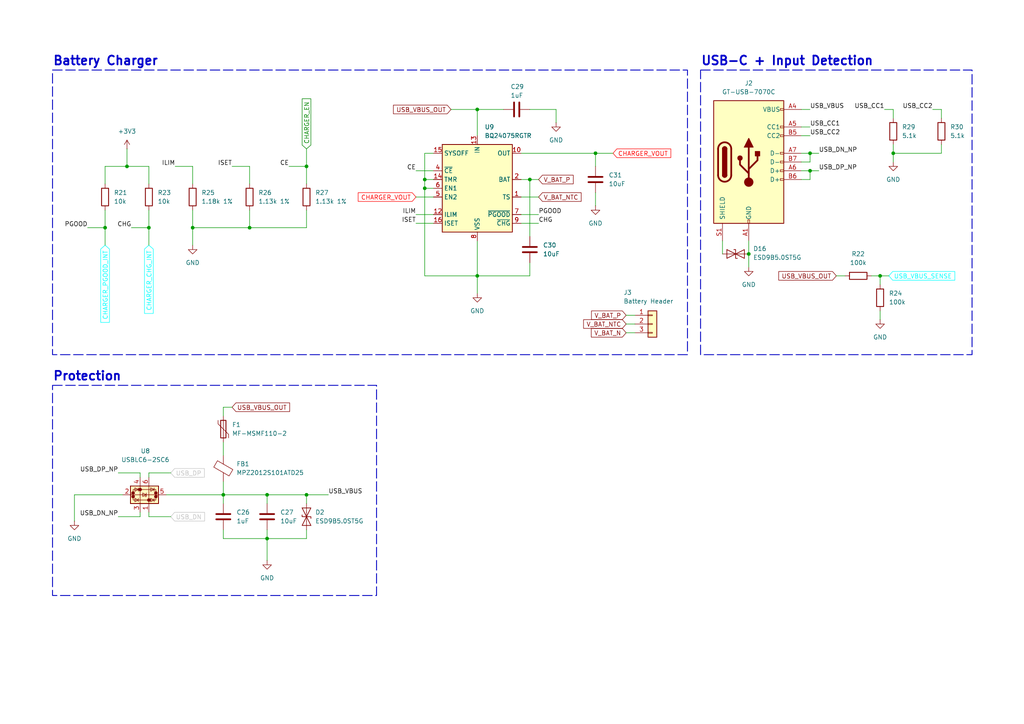
<source format=kicad_sch>
(kicad_sch (version 20250114) (generator "eeschema") (generator_version "9.0")
  (paper "A4")
  (title_block (title "HRVSTR") (date "2025-07-13") (rev "V1.0") (company "Smuggr"))
  (lib_symbols
    (symbol "Battery_Management:BQ24075RGT"
      (property "Reference" "U" (at -8.89 13.97 0))
      (property "Value" "BQ24075RGT" (at 16.51 13.97 0))
      (symbol "BQ24075RGT_0_1"
        (rectangle (start -10.16 12.7) (end 10.16 -12.7) (stroke (width 0.254)) (fill (type background)))
      )
      (symbol "BQ24075RGT_1_1"
        (pin input line (at -12.7 10.16 0) (length 2.54) (name "SYSOFF") (number "15"))
        (pin input line (at -12.7 5.08 0) (length 2.54) (name "~{CE}") (number "4"))
        (pin input line (at -12.7 2.54 0) (length 2.54) (name "TMR") (number "14"))
        (pin input line (at -12.7 0 0) (length 2.54) (name "EN1") (number "6"))
        (pin input line (at -12.7 -2.54 0) (length 2.54) (name "EN2") (number "5"))
        (pin passive line (at -12.7 -7.62 0) (length 2.54) (name "ILIM") (number "12"))
        (pin passive line (at -12.7 -10.16 0) (length 2.54) (name "ISET") (number "16"))
        (pin power_in line (at 0 15.24 270) (length 2.54) (name "IN") (number "13"))
        (pin passive line (at 0 -15.24 90) (length 2.54) (hide yes) (name "VSS") (number "17"))
        (pin power_in line (at 0 -15.24 90) (length 2.54) (name "VSS") (number "8"))
        (pin power_out line (at 12.7 10.16 180) (length 2.54) (name "OUT") (number "10"))
        (pin passive line (at 12.7 10.16 180) (length 2.54) (hide yes) (name "OUT") (number "11"))
        (pin power_out line (at 12.7 2.54 180) (length 2.54) (name "BAT") (number "2"))
        (pin passive line (at 12.7 2.54 180) (length 2.54) (hide yes) (name "BAT") (number "3"))
        (pin passive line (at 12.7 -2.54 180) (length 2.54) (name "TS") (number "1"))
        (pin open_collector line (at 12.7 -7.62 180) (length 2.54) (name "~{PGOOD}") (number "7"))
        (pin open_collector line (at 12.7 -10.16 180) (length 2.54) (name "~{CHG}") (number "9"))
      )
    )
    (symbol "Connector:USB_C_Receptacle_USB2.0_14P" (pin_names (offset 1.016))
      (property "Reference" "J" (at 0 22.225 0))
      (property "Value" "USB_C_Receptacle_USB2.0_14P" (at 0 19.685 0))
      (symbol "USB_C_Receptacle_USB2.0_14P_0_0"
        (rectangle (start -0.254 -17.78) (end 0.254 -16.764))
        (rectangle (start 10.16 15.494) (end 9.144 14.986))
        (rectangle (start 10.16 10.414) (end 9.144 9.906))
        (rectangle (start 10.16 7.874) (end 9.144 7.366))
        (rectangle (start 10.16 2.794) (end 9.144 2.286))
        (rectangle (start 10.16 0.254) (end 9.144 -0.254))
        (rectangle (start 10.16 -2.286) (end 9.144 -2.794))
        (rectangle (start 10.16 -4.826) (end 9.144 -5.334))
      )
      (symbol "USB_C_Receptacle_USB2.0_14P_0_1"
        (rectangle (start -10.16 17.78) (end 10.16 -17.78) (stroke (width 0.254)) (fill (type background)))
        (polyline (pts (xy -8.89 -3.81) (xy -8.89 3.81)) (stroke (width 0.508)))
        (rectangle (start -7.62 -3.81) (end -6.35 3.81) (stroke (width 0.254)) (fill (type outline)))
        (arc (start -7.62 3.81) (mid -6.985 4.4423) (end -6.35 3.81) (stroke (width 0.254)))
        (arc (start -7.62 3.81) (mid -6.985 4.4423) (end -6.35 3.81) (stroke (width 0.254)) (fill (type outline)))
        (arc (start -8.89 3.81) (mid -6.985 5.7067) (end -5.08 3.81) (stroke (width 0.508)))
        (arc (start -5.08 -3.81) (mid -6.985 -5.7067) (end -8.89 -3.81) (stroke (width 0.508)))
        (arc (start -6.35 -3.81) (mid -6.985 -4.4423) (end -7.62 -3.81) (stroke (width 0.254)))
        (arc (start -6.35 -3.81) (mid -6.985 -4.4423) (end -7.62 -3.81) (stroke (width 0.254)) (fill (type outline)))
        (polyline (pts (xy -5.08 3.81) (xy -5.08 -3.81)) (stroke (width 0.508)))
        (circle (center -2.54 1.143) (radius 0.635) (stroke (width 0.254)) (fill (type outline)))
        (polyline (pts (xy -1.27 4.318) (xy 0 6.858) (xy 1.27 4.318) (xy -1.27 4.318)) (stroke (width 0.254)) (fill (type outline)))
        (polyline (pts (xy 0 -2.032) (xy 2.54 0.508) (xy 2.54 1.778)) (stroke (width 0.508)))
        (polyline (pts (xy 0 -3.302) (xy -2.54 -0.762) (xy -2.54 0.508)) (stroke (width 0.508)))
        (polyline (pts (xy 0 -5.842) (xy 0 4.318)) (stroke (width 0.508)))
        (circle (center 0 -5.842) (radius 1.27) (fill (type outline)))
        (rectangle (start 1.905 1.778) (end 3.175 3.048) (stroke (width 0.254)) (fill (type outline)))
      )
      (symbol "USB_C_Receptacle_USB2.0_14P_1_1"
        (pin passive line (at -7.62 -22.86 90) (length 5.08) (name "SHIELD") (number "S1"))
        (pin passive line (at 0 -22.86 90) (length 5.08) (name "GND") (number "A1"))
        (pin passive line (at 0 -22.86 90) (length 5.08) (hide yes) (name "GND") (number "A12"))
        (pin passive line (at 0 -22.86 90) (length 5.08) (hide yes) (name "GND") (number "B1"))
        (pin passive line (at 0 -22.86 90) (length 5.08) (hide yes) (name "GND") (number "B12"))
        (pin passive line (at 15.24 15.24 180) (length 5.08) (name "VBUS") (number "A4"))
        (pin passive line (at 15.24 15.24 180) (length 5.08) (hide yes) (name "VBUS") (number "A9"))
        (pin passive line (at 15.24 15.24 180) (length 5.08) (hide yes) (name "VBUS") (number "B4"))
        (pin passive line (at 15.24 15.24 180) (length 5.08) (hide yes) (name "VBUS") (number "B9"))
        (pin bidirectional line (at 15.24 10.16 180) (length 5.08) (name "CC1") (number "A5"))
        (pin bidirectional line (at 15.24 7.62 180) (length 5.08) (name "CC2") (number "B5"))
        (pin bidirectional line (at 15.24 2.54 180) (length 5.08) (name "D-") (number "A7"))
        (pin bidirectional line (at 15.24 0 180) (length 5.08) (name "D-") (number "B7"))
        (pin bidirectional line (at 15.24 -2.54 180) (length 5.08) (name "D+") (number "A6"))
        (pin bidirectional line (at 15.24 -5.08 180) (length 5.08) (name "D+") (number "B6"))
      )
    )
    (symbol "Connector_Generic:Conn_01x03" (pin_names (offset 1.016) (hide yes))
      (property "Reference" "J" (at 0 5.08 0))
      (property "Value" "Conn_01x03" (at 0 -5.08 0))
      (symbol "Conn_01x03_1_1"
        (rectangle (start -1.27 3.81) (end 1.27 -3.81) (stroke (width 0.254)) (fill (type background)))
        (rectangle (start -1.27 2.667) (end 0 2.413) (stroke (width 0.1524)))
        (rectangle (start -1.27 0.127) (end 0 -0.127) (stroke (width 0.1524)))
        (rectangle (start -1.27 -2.413) (end 0 -2.667) (stroke (width 0.1524)))
        (pin passive line (at -5.08 2.54 0) (length 3.81) (name "Pin_1") (number "1"))
        (pin passive line (at -5.08 0 0) (length 3.81) (name "Pin_2") (number "2"))
        (pin passive line (at -5.08 -2.54 0) (length 3.81) (name "Pin_3") (number "3"))
      )
    )
    (symbol "Device:C" (pin_numbers (hide yes)) (pin_names (offset 0.254))
      (property "Reference" "C" (at 0.635 2.54 0))
      (property "Value" "C" (at 0.635 -2.54 0))
      (symbol "C_0_1"
        (polyline (pts (xy -2.032 0.762) (xy 2.032 0.762)) (stroke (width 0.508)))
        (polyline (pts (xy -2.032 -0.762) (xy 2.032 -0.762)) (stroke (width 0.508)))
      )
      (symbol "C_1_1"
        (pin passive line (at 0 3.81 270) (length 2.794) (name "~") (number "1"))
        (pin passive line (at 0 -3.81 90) (length 2.794) (name "~") (number "2"))
      )
    )
    (symbol "Device:FerriteBead" (pin_numbers (hide yes)) (pin_names (offset 0))
      (property "Reference" "FB" (at -3.81 0.635 90))
      (property "Value" "FerriteBead" (at 3.81 0 90))
      (symbol "FerriteBead_0_1"
        (polyline (pts (xy -2.7686 0.4064) (xy -1.7018 2.2606) (xy 2.7686 -0.3048) (xy 1.6764 -2.159) (xy -2.7686 0.4064)))
        (polyline (pts (xy 0 1.27) (xy 0 1.2954)))
        (polyline (pts (xy 0 -1.27) (xy 0 -1.2192)))
      )
      (symbol "FerriteBead_1_1"
        (pin passive line (at 0 3.81 270) (length 2.54) (name "~") (number "1"))
        (pin passive line (at 0 -3.81 90) (length 2.54) (name "~") (number "2"))
      )
    )
    (symbol "Device:Polyfuse" (pin_numbers (hide yes)) (pin_names (offset 0))
      (property "Reference" "F" (at -2.54 0 90))
      (property "Value" "Polyfuse" (at 2.54 0 90))
      (symbol "Polyfuse_0_1"
        (polyline (pts (xy -1.524 2.54) (xy -1.524 1.524) (xy 1.524 -1.524) (xy 1.524 -2.54)))
        (rectangle (start -0.762 2.54) (end 0.762 -2.54) (stroke (width 0.254)))
        (polyline (pts (xy 0 2.54) (xy 0 -2.54)))
      )
      (symbol "Polyfuse_1_1"
        (pin passive line (at 0 3.81 270) (length 1.27) (name "~") (number "1"))
        (pin passive line (at 0 -3.81 90) (length 1.27) (name "~") (number "2"))
      )
    )
    (symbol "Device:R" (pin_numbers (hide yes)) (pin_names (offset 0))
      (property "Reference" "R" (at 2.032 0 90))
      (property "Value" "R" (at 0 0 90))
      (symbol "R_0_1"
        (rectangle (start -1.016 -2.54) (end 1.016 2.54) (stroke (width 0.254)))
      )
      (symbol "R_1_1"
        (pin passive line (at 0 3.81 270) (length 1.27) (name "~") (number "1"))
        (pin passive line (at 0 -3.81 90) (length 1.27) (name "~") (number "2"))
      )
    )
    (symbol "Diode:ESD9B5.0ST5G" (pin_numbers (hide yes)) (pin_names (offset 1.016) (hide yes))
      (property "Reference" "D" (at 0 2.54 0))
      (property "Value" "ESD9B5.0ST5G" (at 0 -2.54 0))
      (symbol "ESD9B5.0ST5G_0_1"
        (polyline (pts (xy -2.54 -1.27) (xy 0 0) (xy -2.54 1.27) (xy -2.54 -1.27)) (stroke (width 0.2032)))
        (polyline (pts (xy 0.508 1.27) (xy 0 1.27) (xy 0 -1.27) (xy -0.508 -1.27)) (stroke (width 0.2032)))
        (polyline (pts (xy 1.27 0) (xy -1.27 0)))
        (polyline (pts (xy 2.54 1.27) (xy 2.54 -1.27) (xy 0 0) (xy 2.54 1.27)) (stroke (width 0.2032)))
      )
      (symbol "ESD9B5.0ST5G_1_1"
        (pin passive line (at -3.81 0 0) (length 2.54) (name "A1") (number "1"))
        (pin passive line (at 3.81 0 180) (length 2.54) (name "A2") (number "2"))
      )
    )
    (symbol "Power_Protection:USBLC6-2SC6" (pin_names (hide yes))
      (property "Reference" "U" (at 0.635 5.715 0))
      (property "Value" "USBLC6-2SC6" (at 0.635 3.81 0))
      (symbol "USBLC6-2SC6_0_0"
        (circle (center -1.524 0) (radius 0.0001) (stroke (width 0.508)))
        (circle (center -0.508 2.032) (radius 0.0001) (stroke (width 0.508)))
        (circle (center -0.508 -4.572) (radius 0.0001) (stroke (width 0.508)))
        (circle (center 0.508 2.032) (radius 0.0001) (stroke (width 0.508)))
        (circle (center 0.508 -4.572) (radius 0.0001) (stroke (width 0.508)))
        (circle (center 1.524 -2.54) (radius 0.0001) (stroke (width 0.508)))
      )
      (symbol "USBLC6-2SC6_0_1"
        (polyline (pts (xy -2.54 0) (xy 2.54 0)))
        (polyline (pts (xy -2.54 -2.54) (xy 2.54 -2.54)))
        (polyline (pts (xy -2.032 0.508) (xy -1.016 0.508) (xy -1.524 1.524) (xy -2.032 0.508)))
        (polyline (pts (xy -2.032 -3.048) (xy -1.016 -3.048)))
        (polyline (pts (xy -1.016 1.524) (xy -2.032 1.524)))
        (polyline (pts (xy -1.016 -4.064) (xy -2.032 -4.064) (xy -1.524 -3.048) (xy -1.016 -4.064)))
        (polyline (pts (xy -0.508 -1.143) (xy -0.508 -0.762) (xy 0.508 -0.762)))
        (polyline (pts (xy 0 2.54) (xy -0.508 2.032) (xy 0.508 2.032) (xy 0 1.524) (xy 0 -4.064) (xy -0.508 -4.572) (xy 0.508 -4.572) (xy 0 -5.08)))
        (polyline (pts (xy 0.508 -1.778) (xy -0.508 -1.778) (xy 0 -0.762) (xy 0.508 -1.778)))
        (polyline (pts (xy 1.016 1.524) (xy 2.032 1.524)))
        (polyline (pts (xy 1.016 -3.048) (xy 2.032 -3.048)))
        (polyline (pts (xy 2.032 0.508) (xy 1.016 0.508) (xy 1.524 1.524) (xy 2.032 0.508)))
        (polyline (pts (xy 2.032 -4.064) (xy 1.016 -4.064) (xy 1.524 -3.048) (xy 2.032 -4.064)))
      )
      (symbol "USBLC6-2SC6_1_1"
        (rectangle (start -2.54 2.794) (end 2.54 -5.334) (stroke (width 0.254)) (fill (type background)))
        (polyline (pts (xy -0.508 2.032) (xy -1.524 2.032) (xy -1.524 -4.572) (xy -0.508 -4.572)))
        (polyline (pts (xy 0.508 -4.572) (xy 1.524 -4.572) (xy 1.524 2.032) (xy 0.508 2.032)))
        (pin passive line (at -5.08 0 0) (length 2.54) (name "I/O1") (number "1"))
        (pin passive line (at -5.08 -2.54 0) (length 2.54) (name "I/O2") (number "3"))
        (pin passive line (at 0 5.08 270) (length 2.54) (name "VBUS") (number "5"))
        (pin passive line (at 0 -7.62 90) (length 2.54) (name "GND") (number "2"))
        (pin passive line (at 5.08 0 180) (length 2.54) (name "I/O1") (number "6"))
        (pin passive line (at 5.08 -2.54 180) (length 2.54) (name "I/O2") (number "4"))
      )
    )
    (symbol "power:+3V3" (power) (pin_numbers (hide yes)) (pin_names (offset 0) (hide yes))
      (property "Value" "+3V3" (at 0 3.556 0))
      (symbol "+3V3_0_1"
        (polyline (pts (xy -0.762 1.27) (xy 0 2.54)))
        (polyline (pts (xy 0 2.54) (xy 0.762 1.27)))
        (polyline (pts (xy 0 0) (xy 0 2.54)))
      )
      (symbol "+3V3_1_1"
        (pin power_in line (at 0 0 90) (length 0) (name "~") (number "1"))
      )
    )
    (symbol "power:GND" (power) (pin_numbers (hide yes)) (pin_names (offset 0) (hide yes))
      (property "Value" "GND" (at 0 -3.81 0))
      (symbol "GND_0_1"
        (polyline (pts (xy 0 0) (xy 0 -1.27) (xy 1.27 -1.27) (xy 0 -2.54) (xy -1.27 -1.27) (xy 0 -1.27)))
      )
      (symbol "GND_1_1"
        (pin power_in line (at 0 0 270) (length 0) (name "~") (number "1"))
      )
    )
  )
  (rectangle (start 15.24 111.76) (end 109.22 172.72) (stroke (width 0.254) (type dash)))
  (rectangle (start 203.2 20.32) (end 281.94 102.87) (stroke (width 0.254) (type dash)))
  (rectangle (start 15.24 20.32) (end 199.39 102.87) (stroke (width 0.254) (type dash)))
  (text "Battery Charger" (at 15.24 17.78 0) (effects (font (size 2.54 2.54) (thickness 0.508) (bold yes)) (justify left)))
  (text "USB-C + Input Detection" (at 203.2 17.78 0) (effects (font (size 2.54 2.54) (thickness 0.508) (bold yes)) (justify left)))
  (text "Protection" (at 15.24 109.22 0) (effects (font (size 2.54 2.54) (thickness 0.508) (bold yes)) (justify left)))
  (junction (at 72.39 66.04))
  (junction (at 123.19 54.61))
  (junction (at 88.9 143.51))
  (junction (at 77.47 156.21))
  (junction (at 43.18 66.04))
  (junction (at 255.27 80.01))
  (junction (at 55.88 66.04))
  (junction (at 123.19 52.07))
  (junction (at 217.17 73.66))
  (junction (at 88.9 48.26))
  (junction (at 172.72 44.45))
  (junction (at 138.43 80.01))
  (junction (at 153.67 52.07))
  (junction (at 64.77 143.51))
  (junction (at 234.95 49.53))
  (junction (at 138.43 31.75))
  (junction (at 77.47 143.51))
  (junction (at 30.48 66.04))
  (junction (at 234.95 44.45))
  (junction (at 259.08 44.45))
  (junction (at 36.83 48.26))
  (wire (pts (xy 234.95 44.45) (xy 232.41 44.45)))
  (wire (pts (xy 120.65 57.15) (xy 125.73 57.15)))
  (wire (pts (xy 234.95 52.07) (xy 234.95 49.53)))
  (wire (pts (xy 88.9 53.34) (xy 88.9 48.26)))
  (wire (pts (xy 259.08 41.91) (xy 259.08 44.45)))
  (wire (pts (xy 120.65 64.77) (xy 125.73 64.77)))
  (wire (pts (xy 153.67 52.07) (xy 153.67 68.58)))
  (wire (pts (xy 234.95 39.37) (xy 232.41 39.37)))
  (wire (pts (xy 130.81 31.75) (xy 138.43 31.75)))
  (wire (pts (xy 64.77 156.21) (xy 64.77 153.67)))
  (wire (pts (xy 64.77 128.27) (xy 64.77 132.08)))
  (wire (pts (xy 242.57 80.01) (xy 245.11 80.01)))
  (wire (pts (xy 125.73 44.45) (xy 123.19 44.45)))
  (wire (pts (xy 21.59 143.51) (xy 35.56 143.51)))
  (wire (pts (xy 151.13 57.15) (xy 156.21 57.15)))
  (wire (pts (xy 72.39 53.34) (xy 72.39 48.26)))
  (wire (pts (xy 172.72 55.88) (xy 172.72 59.69)))
  (wire (pts (xy 217.17 69.85) (xy 217.17 73.66)))
  (wire (pts (xy 123.19 54.61) (xy 125.73 54.61)))
  (wire (pts (xy 259.08 31.75) (xy 259.08 34.29)))
  (wire (pts (xy 64.77 143.51) (xy 77.47 143.51)))
  (wire (pts (xy 64.77 143.51) (xy 64.77 146.05)))
  (wire (pts (xy 77.47 156.21) (xy 77.47 162.56)))
  (wire (pts (xy 77.47 143.51) (xy 77.47 146.05)))
  (wire (pts (xy 43.18 60.96) (xy 43.18 66.04)))
  (wire (pts (xy 88.9 66.04) (xy 88.9 60.96)))
  (wire (pts (xy 123.19 44.45) (xy 123.19 52.07)))
  (wire (pts (xy 255.27 90.17) (xy 255.27 92.71)))
  (wire (pts (xy 55.88 66.04) (xy 55.88 60.96)))
  (wire (pts (xy 138.43 69.85) (xy 138.43 80.01)))
  (wire (pts (xy 88.9 66.04) (xy 72.39 66.04)))
  (wire (pts (xy 67.31 48.26) (xy 72.39 48.26)))
  (wire (pts (xy 138.43 80.01) (xy 153.67 80.01)))
  (wire (pts (xy 64.77 139.7) (xy 64.77 143.51)))
  (wire (pts (xy 259.08 44.45) (xy 273.05 44.45)))
  (wire (pts (xy 234.95 49.53) (xy 237.49 49.53)))
  (wire (pts (xy 120.65 62.23) (xy 125.73 62.23)))
  (wire (pts (xy 123.19 52.07) (xy 125.73 52.07)))
  (wire (pts (xy 38.1 66.04) (xy 43.18 66.04)))
  (wire (pts (xy 40.64 149.86) (xy 40.64 148.59)))
  (wire (pts (xy 40.64 137.16) (xy 40.64 138.43)))
  (wire (pts (xy 83.82 48.26) (xy 88.9 48.26)))
  (wire (pts (xy 64.77 156.21) (xy 77.47 156.21)))
  (wire (pts (xy 217.17 73.66) (xy 217.17 77.47)))
  (wire (pts (xy 153.67 52.07) (xy 156.21 52.07)))
  (wire (pts (xy 43.18 48.26) (xy 43.18 53.34)))
  (wire (pts (xy 209.55 69.85) (xy 209.55 73.66)))
  (wire (pts (xy 153.67 31.75) (xy 161.29 31.75)))
  (wire (pts (xy 138.43 31.75) (xy 138.43 39.37)))
  (wire (pts (xy 55.88 53.34) (xy 55.88 48.26)))
  (wire (pts (xy 153.67 76.2) (xy 153.67 80.01)))
  (wire (pts (xy 30.48 60.96) (xy 30.48 66.04)))
  (wire (pts (xy 77.47 143.51) (xy 88.9 143.51)))
  (wire (pts (xy 43.18 71.12) (xy 43.18 66.04)))
  (wire (pts (xy 88.9 143.51) (xy 88.9 146.05)))
  (wire (pts (xy 255.27 80.01) (xy 257.81 80.01)))
  (wire (pts (xy 43.18 149.86) (xy 43.18 148.59)))
  (wire (pts (xy 88.9 153.67) (xy 88.9 156.21)))
  (wire (pts (xy 273.05 41.91) (xy 273.05 44.45)))
  (wire (pts (xy 255.27 80.01) (xy 255.27 82.55)))
  (wire (pts (xy 234.95 36.83) (xy 232.41 36.83)))
  (wire (pts (xy 43.18 137.16) (xy 43.18 138.43)))
  (wire (pts (xy 88.9 143.51) (xy 95.25 143.51)))
  (wire (pts (xy 49.53 137.16) (xy 43.18 137.16)))
  (wire (pts (xy 50.8 48.26) (xy 55.88 48.26)))
  (wire (pts (xy 234.95 44.45) (xy 237.49 44.45)))
  (wire (pts (xy 123.19 54.61) (xy 123.19 80.01)))
  (wire (pts (xy 34.29 137.16) (xy 40.64 137.16)))
  (wire (pts (xy 138.43 80.01) (xy 123.19 80.01)))
  (wire (pts (xy 146.05 31.75) (xy 138.43 31.75)))
  (wire (pts (xy 77.47 153.67) (xy 77.47 156.21)))
  (wire (pts (xy 270.51 31.75) (xy 273.05 31.75)))
  (wire (pts (xy 181.61 91.44) (xy 184.15 91.44)))
  (wire (pts (xy 156.21 64.77) (xy 151.13 64.77)))
  (wire (pts (xy 120.65 49.53) (xy 125.73 49.53)))
  (wire (pts (xy 172.72 44.45) (xy 172.72 48.26)))
  (wire (pts (xy 30.48 48.26) (xy 36.83 48.26)))
  (wire (pts (xy 151.13 52.07) (xy 153.67 52.07)))
  (wire (pts (xy 34.29 149.86) (xy 40.64 149.86)))
  (wire (pts (xy 36.83 48.26) (xy 43.18 48.26)))
  (wire (pts (xy 232.41 46.99) (xy 234.95 46.99)))
  (wire (pts (xy 88.9 156.21) (xy 77.47 156.21)))
  (wire (pts (xy 64.77 143.51) (xy 48.26 143.51)))
  (wire (pts (xy 259.08 46.99) (xy 259.08 44.45)))
  (wire (pts (xy 25.4 66.04) (xy 30.48 66.04)))
  (wire (pts (xy 256.54 31.75) (xy 259.08 31.75)))
  (wire (pts (xy 49.53 149.86) (xy 43.18 149.86)))
  (wire (pts (xy 181.61 93.98) (xy 184.15 93.98)))
  (wire (pts (xy 156.21 62.23) (xy 151.13 62.23)))
  (wire (pts (xy 273.05 31.75) (xy 273.05 34.29)))
  (wire (pts (xy 67.31 118.11) (xy 64.77 118.11)))
  (wire (pts (xy 161.29 31.75) (xy 161.29 35.56)))
  (wire (pts (xy 181.61 96.52) (xy 184.15 96.52)))
  (wire (pts (xy 172.72 44.45) (xy 177.8 44.45)))
  (wire (pts (xy 252.73 80.01) (xy 255.27 80.01)))
  (wire (pts (xy 232.41 52.07) (xy 234.95 52.07)))
  (wire (pts (xy 64.77 118.11) (xy 64.77 120.65)))
  (wire (pts (xy 36.83 43.18) (xy 36.83 48.26)))
  (wire (pts (xy 72.39 66.04) (xy 72.39 60.96)))
  (wire (pts (xy 72.39 66.04) (xy 55.88 66.04)))
  (wire (pts (xy 55.88 66.04) (xy 55.88 71.12)))
  (wire (pts (xy 234.95 49.53) (xy 232.41 49.53)))
  (wire (pts (xy 234.95 46.99) (xy 234.95 44.45)))
  (wire (pts (xy 151.13 44.45) (xy 172.72 44.45)))
  (wire (pts (xy 123.19 52.07) (xy 123.19 54.61)))
  (wire (pts (xy 138.43 80.01) (xy 138.43 85.09)))
  (wire (pts (xy 234.95 31.75) (xy 232.41 31.75)))
  (wire (pts (xy 30.48 71.12) (xy 30.48 66.04)))
  (wire (pts (xy 21.59 151.13) (xy 21.59 143.51)))
  (wire (pts (xy 30.48 48.26) (xy 30.48 53.34)))
  (wire (pts (xy 88.9 48.26) (xy 88.9 43.18)))
  (label "USB_CC1" (at 234.95 36.83 0))
  (label "USB_VBUS" (at 95.25 143.51 0))
  (label "CHG" (at 38.1 66.04 180))
  (label "USB_CC1" (at 256.54 31.75 180))
  (label "CE" (at 120.65 49.53 180))
  (label "USB_CC2" (at 270.51 31.75 180))
  (label "CE" (at 83.82 48.26 180))
  (label "ILIM" (at 120.65 62.23 180))
  (label "USB_CC2" (at 234.95 39.37 0))
  (label "USB_DP_NP" (at 34.29 137.16 180))
  (label "USB_DN_NP" (at 237.49 44.45 0))
  (label "ILIM" (at 50.8 48.26 180))
  (label "USB_VBUS" (at 234.95 31.75 0))
  (label "ISET" (at 120.65 64.77 180))
  (label "USB_DN_NP" (at 34.29 149.86 180))
  (label "CHG" (at 156.21 64.77 0))
  (label "ISET" (at 67.31 48.26 180))
  (label "PGOOD" (at 25.4 66.04 180))
  (label "USB_DP_NP" (at 237.49 49.53 0))
  (label "PGOOD" (at 156.21 62.23 0))
  (global_label "USB_DN" (shape input) (at 49.53 149.86 0) (property "Intersheetrefs" "${INTERSHEET_REFS}" (effects (hide yes))))
  (global_label "CHARGER_CHG_INT" (shape input) (at 43.18 71.12 270) (property "Intersheetrefs" "${INTERSHEET_REFS}" (effects (hide yes))))
  (global_label "USB_DP" (shape input) (at 49.53 137.16 0) (property "Intersheetrefs" "${INTERSHEET_REFS}" (effects (hide yes))))
  (global_label "USB_VBUS_SENSE" (shape input) (at 257.81 80.01 0) (property "Intersheetrefs" "${INTERSHEET_REFS}" (effects (hide yes))))
  (global_label "USB_VBUS_OUT" (shape input) (at 67.31 118.11 0) (property "Intersheetrefs" "${INTERSHEET_REFS}" (effects (hide yes))))
  (global_label "CHARGER_EN" (shape input) (at 88.9 43.18 90) (property "Intersheetrefs" "${INTERSHEET_REFS}" (effects (hide yes))))
  (global_label "CHARGER_VOUT" (shape input) (at 120.65 57.15 180) (property "Intersheetrefs" "${INTERSHEET_REFS}" (effects (hide yes))))
  (global_label "V_BAT_P" (shape input) (at 156.21 52.07 0) (property "Intersheetrefs" "${INTERSHEET_REFS}" (effects (hide yes))))
  (global_label "CHARGER_PGOOD_INT" (shape input) (at 30.48 71.12 270) (property "Intersheetrefs" "${INTERSHEET_REFS}" (effects (hide yes))))
  (global_label "USB_VBUS_OUT" (shape input) (at 242.57 80.01 180) (property "Intersheetrefs" "${INTERSHEET_REFS}" (effects (hide yes))))
  (global_label "USB_VBUS_OUT" (shape input) (at 130.81 31.75 180) (property "Intersheetrefs" "${INTERSHEET_REFS}" (effects (hide yes))))
  (global_label "CHARGER_VOUT" (shape input) (at 177.8 44.45 0) (property "Intersheetrefs" "${INTERSHEET_REFS}" (effects (hide yes))))
  (global_label "V_BAT_NTC" (shape input) (at 156.21 57.15 0) (property "Intersheetrefs" "${INTERSHEET_REFS}" (effects (hide yes))))
  (global_label "V_BAT_P" (shape input) (at 181.61 91.44 180) (property "Intersheetrefs" "${INTERSHEET_REFS}" (effects (hide yes))))
  (global_label "V_BAT_NTC" (shape input) (at 181.61 93.98 180) (property "Intersheetrefs" "${INTERSHEET_REFS}" (effects (hide yes))))
  (global_label "V_BAT_N" (shape input) (at 181.61 96.52 180) (property "Intersheetrefs" "${INTERSHEET_REFS}" (effects (hide yes))))
  (symbol (lib_id "Device:C") (at 149.86 31.75 90) (mirror x) (unit 1)
    (property "Reference" "C29" (at 148.082 25.146 90) (effects (justify right)))
    (property "Value" "1uF" (at 148.082 27.686 90) (effects (justify right)))
    (property "Description" "Unpolarized capacitor" (effects (hide yes)))
  )
  (symbol (lib_id "power:GND") (at 259.08 46.99 0) (unit 1)
    (property "Reference" "#PWR048" (effects (hide yes)))
    (property "Value" "GND" (at 259.08 52.07 0))
    (property "Description" "Power symbol creates a global label with name \"GND\" , ground" (effects (hide yes)))
  )
  (symbol (lib_id "Connector_Generic:Conn_01x03") (at 189.23 93.98 0) (unit 1)
    (property "Reference" "J3" (at 180.848 84.836 0) (effects (justify left)))
    (property "Value" "Battery Header" (at 180.848 87.376 0) (effects (justify left)))
    (property "Description" "Generic connector, single row, 01x03, script generated (kicad-library-utils/schlib/autogen/connector/)" (effects (hide yes)))
  )
  (symbol (lib_id "Device:R") (at 88.9 57.15 180) (unit 1)
    (property "Reference" "R27" (at 91.44 55.8799 0) (effects (justify right)))
    (property "Value" "1.13k 1%" (at 91.44 58.4199 0) (effects (justify right)))
    (property "Description" "Resistor" (effects (hide yes)))
  )
  (symbol (lib_id "Power_Protection:USBLC6-2SC6") (at 43.18 143.51 270) (mirror x) (unit 1)
    (property "Reference" "U8" (at 42.164 130.81 90))
    (property "Value" "USBLC6-2SC6" (at 42.164 133.35 90))
    (property "Footprint" "Package_TO_SOT_SMD:SOT-23-6" (effects (hide yes)))
    (property "Datasheet" "https://www.st.com/resource/en/datasheet/usblc6-2.pdf" (effects (hide yes)))
    (property "Description" "Very low capacitance ESD protection diode, 2 data-line, SOT-23-6" (effects (hide yes)))
  )
  (symbol (lib_id "Device:R") (at 255.27 86.36 0) (unit 1)
    (property "Reference" "R24" (at 257.81 85.0899 0) (effects (justify left)))
    (property "Value" "100k" (at 257.81 87.6299 0) (effects (justify left)))
    (property "Description" "Resistor" (effects (hide yes)))
  )
  (symbol (lib_id "Device:Polyfuse") (at 64.77 124.46 0) (unit 1)
    (property "Reference" "F1" (at 67.31 123.1899 0) (effects (justify left)))
    (property "Value" "MF-MSMF110-2" (at 67.31 125.7299 0) (effects (justify left)))
    (property "Description" "Resettable fuse, polymeric positive temperature coefficient" (effects (hide yes)))
  )
  (symbol (lib_id "Device:R") (at 30.48 57.15 180) (unit 1)
    (property "Reference" "R21" (at 33.02 55.8799 0) (effects (justify right)))
    (property "Value" "10k" (at 33.02 58.4199 0) (effects (justify right)))
    (property "Description" "Resistor" (effects (hide yes)))
  )
  (symbol (lib_id "Device:C") (at 153.67 72.39 180) (unit 1)
    (property "Reference" "C30" (at 157.48 71.1199 0) (effects (justify right)))
    (property "Value" "10uF" (at 157.48 73.6599 0) (effects (justify right)))
    (property "Description" "Unpolarized capacitor" (effects (hide yes)))
  )
  (symbol (lib_id "Device:R") (at 248.92 80.01 90) (unit 1)
    (property "Reference" "R22" (at 248.92 73.66 90))
    (property "Value" "100k" (at 248.92 76.2 90))
    (property "Description" "Resistor" (effects (hide yes)))
  )
  (symbol (lib_id "power:GND") (at 255.27 92.71 0) (unit 1)
    (property "Reference" "#PWR043" (effects (hide yes)))
    (property "Value" "GND" (at 255.27 97.79 0))
    (property "Description" "Power symbol creates a global label with name \"GND\" , ground" (effects (hide yes)))
  )
  (symbol (lib_id "Device:C") (at 172.72 52.07 180) (unit 1)
    (property "Reference" "C31" (at 176.53 50.7999 0) (effects (justify right)))
    (property "Value" "10uF" (at 176.53 53.3399 0) (effects (justify right)))
    (property "Description" "Unpolarized capacitor" (effects (hide yes)))
  )
  (symbol (lib_id "Battery_Management:BQ24075RGT") (at 138.43 54.61 0) (unit 1)
    (property "Reference" "U9" (at 140.5733 36.83 0) (effects (justify left)))
    (property "Value" "BQ24075RGTR" (at 140.5733 39.37 0) (effects (justify left)))
    (property "Footprint" "Package_DFN_QFN:VQFN-16-1EP_3x3mm_P0.5mm_EP1.6x1.6mm" (effects (hide yes)))
    (property "Datasheet" "http://www.ti.com/lit/ds/symlink/bq24075.pdf" (effects (hide yes)))
    (property "Description" "USB-Friendly Li-Ion Battery Charger and Power-Path Management, VQFN-16" (effects (hide yes)))
  )
  (symbol (lib_id "Device:R") (at 72.39 57.15 180) (unit 1)
    (property "Reference" "R26" (at 74.93 55.8799 0) (effects (justify right)))
    (property "Value" "1.13k 1%" (at 74.93 58.4199 0) (effects (justify right)))
    (property "Description" "Resistor" (effects (hide yes)))
  )
  (symbol (lib_id "Device:R") (at 43.18 57.15 180) (unit 1)
    (property "Reference" "R23" (at 45.72 55.8799 0) (effects (justify right)))
    (property "Value" "10k" (at 45.72 58.4199 0) (effects (justify right)))
    (property "Description" "Resistor" (effects (hide yes)))
  )
  (symbol (lib_id "power:GND") (at 161.29 35.56 0) (unit 1)
    (property "Reference" "#PWR049" (effects (hide yes)))
    (property "Value" "GND" (at 161.29 40.64 0))
    (property "Description" "Power symbol creates a global label with name \"GND\" , ground" (effects (hide yes)))
  )
  (symbol (lib_id "power:GND") (at 55.88 71.12 0) (unit 1)
    (property "Reference" "#PWR044" (effects (hide yes)))
    (property "Value" "GND" (at 55.88 76.2 0))
    (property "Description" "Power symbol creates a global label with name \"GND\" , ground" (effects (hide yes)))
  )
  (symbol (lib_id "Device:R") (at 259.08 38.1 180) (unit 1)
    (property "Reference" "R29" (at 261.62 36.8299 0) (effects (justify right)))
    (property "Value" "5.1k" (at 261.62 39.3699 0) (effects (justify right)))
    (property "Description" "Resistor" (effects (hide yes)))
  )
  (symbol (lib_id "power:+3V3") (at 36.83 43.18 0) (unit 1)
    (property "Reference" "#PWR042" (effects (hide yes)))
    (property "Value" "+3V3" (at 36.83 38.1 0))
    (property "Description" "Power symbol creates a global label with name \"+3V3\"" (effects (hide yes)))
  )
  (symbol (lib_id "Device:R") (at 273.05 38.1 180) (unit 1)
    (property "Reference" "R30" (at 275.59 36.8299 0) (effects (justify right)))
    (property "Value" "5.1k" (at 275.59 39.3699 0) (effects (justify right)))
    (property "Description" "Resistor" (effects (hide yes)))
  )
  (symbol (lib_id "Diode:ESD9B5.0ST5G") (at 88.9 149.86 90) (unit 1)
    (property "Reference" "D2" (at 91.44 148.5899 90) (effects (justify right)))
    (property "Value" "ESD9B5.0ST5G" (at 91.44 151.1299 90) (effects (justify right)))
    (property "Footprint" "Diode_SMD:D_SOD-923" (effects (hide yes)))
    (property "Datasheet" "https://www.onsemi.com/pub/Collateral/ESD9B-D.PDF" (effects (hide yes)))
    (property "Description" "ESD protection diode, 5.0Vrwm, SOD-923" (effects (hide yes)))
  )
  (symbol (lib_id "power:GND") (at 217.17 77.47 0) (unit 1)
    (property "Reference" "#PWR046" (effects (hide yes)))
    (property "Value" "GND" (at 217.17 82.55 0))
    (property "Description" "Power symbol creates a global label with name \"GND\" , ground" (effects (hide yes)))
  )
  (symbol (lib_id "Connector:USB_C_Receptacle_USB2.0_14P") (at 217.17 46.99 0) (unit 1)
    (property "Reference" "J2" (at 217.17 24.13 0))
    (property "Value" "GT-USB-7070C" (at 217.17 26.67 0))
    (property "Datasheet" "https://www.usb.org/sites/default/files/documents/usb_type-c.zip" (effects (hide yes)))
    (property "Description" "USB 2.0-only 14P Type-C Receptacle connector" (effects (hide yes)))
  )
  (symbol (lib_id "Device:FerriteBead") (at 64.77 135.89 0) (unit 1)
    (property "Reference" "FB1" (at 68.58 134.5691 0) (effects (justify left)))
    (property "Value" "MPZ2012S101ATD25" (at 68.58 137.1091 0) (effects (justify left)))
    (property "Description" "Ferrite bead" (effects (hide yes)))
  )
  (symbol (lib_id "Device:R") (at 55.88 57.15 180) (unit 1)
    (property "Reference" "R25" (at 58.42 55.8799 0) (effects (justify right)))
    (property "Value" "1.18k 1%" (at 58.42 58.4199 0) (effects (justify right)))
    (property "Description" "Resistor" (effects (hide yes)))
  )
  (symbol (lib_id "Diode:ESD9B5.0ST5G") (at 213.36 73.66 0) (mirror y) (unit 1)
    (property "Reference" "D16" (at 218.44 72.136 0) (effects (justify right)))
    (property "Value" "ESD9B5.0ST5G" (at 218.44 74.676 0) (effects (justify right)))
    (property "Footprint" "Diode_SMD:D_SOD-923" (effects (hide yes)))
    (property "Datasheet" "https://www.onsemi.com/pub/Collateral/ESD9B-D.PDF" (effects (hide yes)))
    (property "Description" "ESD protection diode, 5.0Vrwm, SOD-923" (effects (hide yes)))
  )
  (symbol (lib_id "Device:C") (at 64.77 149.86 180) (unit 1)
    (property "Reference" "C26" (at 68.58 148.5899 0) (effects (justify right)))
    (property "Value" "1uF" (at 68.58 151.1299 0) (effects (justify right)))
    (property "Description" "Unpolarized capacitor" (effects (hide yes)))
  )
  (symbol (lib_id "power:GND") (at 172.72 59.69 0) (unit 1)
    (property "Reference" "#PWR050" (effects (hide yes)))
    (property "Value" "GND" (at 172.72 64.77 0))
    (property "Description" "Power symbol creates a global label with name \"GND\" , ground" (effects (hide yes)))
  )
  (symbol (lib_id "power:GND") (at 77.47 162.56 0) (unit 1)
    (property "Reference" "#PWR045" (effects (hide yes)))
    (property "Value" "GND" (at 77.47 167.64 0))
    (property "Description" "Power symbol creates a global label with name \"GND\" , ground" (effects (hide yes)))
  )
  (symbol (lib_id "power:GND") (at 21.59 151.13 0) (unit 1)
    (property "Reference" "#PWR041" (effects (hide yes)))
    (property "Value" "GND" (at 21.59 156.21 0))
    (property "Description" "Power symbol creates a global label with name \"GND\" , ground" (effects (hide yes)))
  )
  (symbol (lib_id "Device:C") (at 77.47 149.86 180) (unit 1)
    (property "Reference" "C27" (at 81.28 148.5899 0) (effects (justify right)))
    (property "Value" "10uF" (at 81.28 151.1299 0) (effects (justify right)))
    (property "Description" "Unpolarized capacitor" (effects (hide yes)))
  )
  (symbol (lib_id "power:GND") (at 138.43 85.09 0) (unit 1)
    (property "Reference" "#PWR047" (effects (hide yes)))
    (property "Value" "GND" (at 138.43 90.17 0))
    (property "Description" "Power symbol creates a global label with name \"GND\" , ground" (effects (hide yes)))
  )
)
</source>
